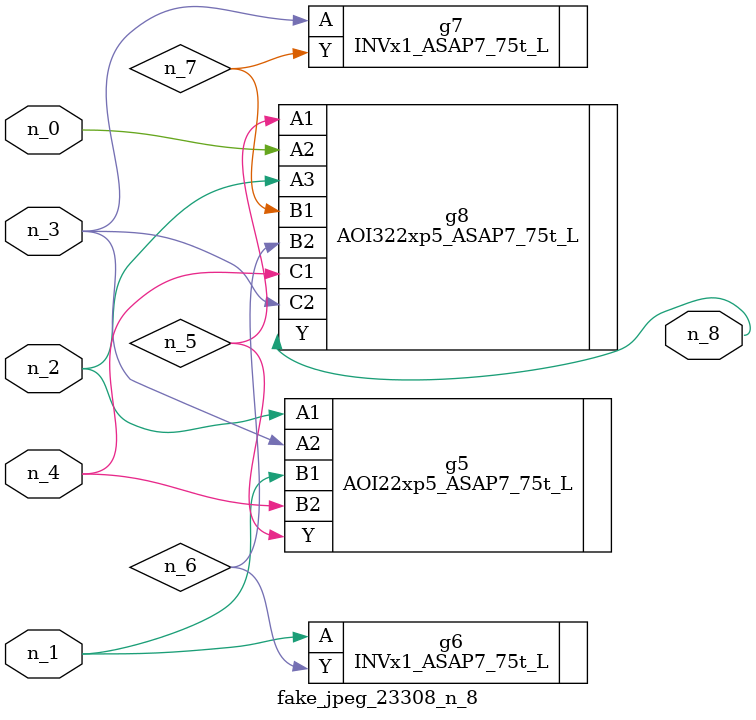
<source format=v>
module fake_jpeg_23308_n_8 (n_3, n_2, n_1, n_0, n_4, n_8);

input n_3;
input n_2;
input n_1;
input n_0;
input n_4;

output n_8;

wire n_6;
wire n_5;
wire n_7;

AOI22xp5_ASAP7_75t_L g5 ( 
.A1(n_2),
.A2(n_3),
.B1(n_1),
.B2(n_4),
.Y(n_5)
);

INVx1_ASAP7_75t_L g6 ( 
.A(n_1),
.Y(n_6)
);

INVx1_ASAP7_75t_L g7 ( 
.A(n_3),
.Y(n_7)
);

AOI322xp5_ASAP7_75t_L g8 ( 
.A1(n_5),
.A2(n_0),
.A3(n_2),
.B1(n_7),
.B2(n_6),
.C1(n_4),
.C2(n_3),
.Y(n_8)
);


endmodule
</source>
